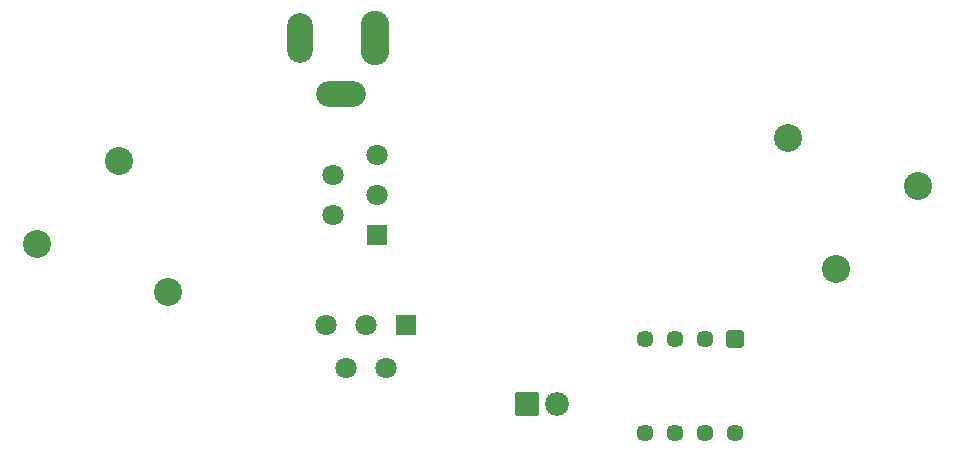
<source format=gbr>
%TF.GenerationSoftware,KiCad,Pcbnew,9.0.3*%
%TF.CreationDate,2025-12-02T00:44:42+11:00*%
%TF.ProjectId,guitar_amp,67756974-6172-45f6-916d-702e6b696361,rev?*%
%TF.SameCoordinates,Original*%
%TF.FileFunction,Soldermask,Bot*%
%TF.FilePolarity,Negative*%
%FSLAX46Y46*%
G04 Gerber Fmt 4.6, Leading zero omitted, Abs format (unit mm)*
G04 Created by KiCad (PCBNEW 9.0.3) date 2025-12-02 00:44:42*
%MOMM*%
%LPD*%
G01*
G04 APERTURE LIST*
G04 Aperture macros list*
%AMRoundRect*
0 Rectangle with rounded corners*
0 $1 Rounding radius*
0 $2 $3 $4 $5 $6 $7 $8 $9 X,Y pos of 4 corners*
0 Add a 4 corners polygon primitive as box body*
4,1,4,$2,$3,$4,$5,$6,$7,$8,$9,$2,$3,0*
0 Add four circle primitives for the rounded corners*
1,1,$1+$1,$2,$3*
1,1,$1+$1,$4,$5*
1,1,$1+$1,$6,$7*
1,1,$1+$1,$8,$9*
0 Add four rect primitives between the rounded corners*
20,1,$1+$1,$2,$3,$4,$5,0*
20,1,$1+$1,$4,$5,$6,$7,0*
20,1,$1+$1,$6,$7,$8,$9,0*
20,1,$1+$1,$8,$9,$2,$3,0*%
G04 Aperture macros list end*
%ADD10RoundRect,0.102000X-0.624000X0.624000X-0.624000X-0.624000X0.624000X-0.624000X0.624000X0.624000X0*%
%ADD11C,1.452000*%
%ADD12O,2.404000X4.604000*%
%ADD13O,2.204000X4.204000*%
%ADD14O,4.204000X2.204000*%
%ADD15R,1.800000X1.800000*%
%ADD16C,1.800000*%
%ADD17RoundRect,0.102000X-0.907500X-0.907500X0.907500X-0.907500X0.907500X0.907500X-0.907500X0.907500X0*%
%ADD18C,2.019000*%
%ADD19C,2.379000*%
G04 APERTURE END LIST*
D10*
%TO.C,U2*%
X198515000Y-97000000D03*
D11*
X195975000Y-97000000D03*
X193435000Y-97000000D03*
X190895000Y-97000000D03*
X190895000Y-104940000D03*
X193435000Y-104940000D03*
X195975000Y-104940000D03*
X198515000Y-104940000D03*
%TD*%
D12*
%TO.C,J3*%
X168050000Y-71500000D03*
D13*
X161750000Y-71500000D03*
D14*
X165150000Y-76300000D03*
%TD*%
D15*
%TO.C,U4*%
X170700000Y-95800000D03*
D16*
X169000000Y-99500000D03*
X167300000Y-95800000D03*
X165600000Y-99500000D03*
X163900000Y-95800000D03*
%TD*%
D17*
%TO.C,D3*%
X180960000Y-102500000D03*
D18*
X183500000Y-102500000D03*
%TD*%
D15*
%TO.C,U1*%
X168200000Y-88200000D03*
D16*
X164500000Y-86500000D03*
X168200000Y-84800000D03*
X164500000Y-83100000D03*
X168200000Y-81400000D03*
%TD*%
D19*
%TO.C,J1*%
X146430000Y-81930000D03*
X150500000Y-93000000D03*
X139430000Y-88930000D03*
%TD*%
%TO.C,J2*%
X207070000Y-91070000D03*
X203000000Y-80000000D03*
X214070000Y-84070000D03*
%TD*%
M02*

</source>
